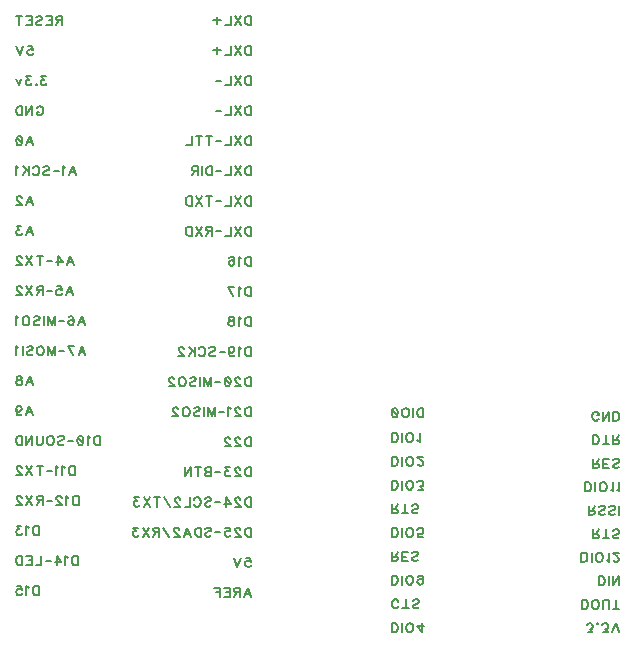
<source format=gbo>
G04 DipTrace 3.2.0.1*
G04 CM904_plus.gbo*
%MOIN*%
G04 #@! TF.FileFunction,Legend,Bot*
G04 #@! TF.Part,Single*
%ADD63C,0.007*%
%FSLAX26Y26*%
G04*
G70*
G90*
G75*
G01*
G04 BotSilk*
%LPD*%
X933453Y2726776D2*
D63*
X920553D1*
X916242Y2728235D1*
X914783Y2729661D1*
X913357Y2732513D1*
Y2735398D1*
X914783Y2738250D1*
X916242Y2739709D1*
X920553Y2741135D1*
X933453D1*
Y2710991D1*
X923405Y2726776D2*
X913357Y2710991D1*
X880720Y2741135D2*
X899357D1*
Y2710991D1*
X880720D1*
X899357Y2726776D2*
X887883D1*
X846624Y2736824D2*
X849476Y2739709D1*
X853787Y2741135D1*
X859524D1*
X863835Y2739709D1*
X866720Y2736824D1*
Y2733972D1*
X865261Y2731087D1*
X863835Y2729661D1*
X860983Y2728235D1*
X852361Y2725350D1*
X849476Y2723924D1*
X848050Y2722465D1*
X846624Y2719613D1*
Y2715302D1*
X849476Y2712450D1*
X853787Y2710991D1*
X859524D1*
X863835Y2712450D1*
X866720Y2715302D1*
X813987Y2741135D2*
X832624D1*
Y2710991D1*
X813987D1*
X832624Y2726776D2*
X821150D1*
X789939Y2741135D2*
Y2710991D1*
X799987Y2741135D2*
X779891D1*
X819724Y2641129D2*
X834050D1*
X835476Y2628229D1*
X834050Y2629655D1*
X829739Y2631114D1*
X825461D1*
X821150Y2629655D1*
X818265Y2626803D1*
X816839Y2622492D1*
Y2619640D1*
X818265Y2615329D1*
X821150Y2612444D1*
X825461Y2611018D1*
X829739D1*
X834050Y2612444D1*
X835476Y2613903D1*
X836935Y2616755D1*
X802839Y2641162D2*
X791365Y2611018D1*
X779891Y2641162D1*
X879294Y2541156D2*
X863542D1*
X872131Y2529682D1*
X867820D1*
X864968Y2528256D1*
X863542Y2526830D1*
X862083Y2522519D1*
Y2519667D1*
X863542Y2515356D1*
X866394Y2512471D1*
X870705Y2511045D1*
X875016D1*
X879294Y2512471D1*
X880720Y2513930D1*
X882179Y2516782D1*
X846657Y2513930D2*
X848083Y2512471D1*
X846657Y2511045D1*
X845198Y2512471D1*
X846657Y2513930D1*
X828313Y2541156D2*
X812561D1*
X821150Y2529682D1*
X816839D1*
X813987Y2528256D1*
X812561Y2526830D1*
X811102Y2522519D1*
Y2519667D1*
X812561Y2515356D1*
X815413Y2512471D1*
X819724Y2511045D1*
X824035D1*
X828313Y2512471D1*
X829739Y2513930D1*
X831198Y2516782D1*
X797102Y2531141D2*
X788480Y2511045D1*
X779891Y2531141D1*
X848083Y2434053D2*
X849509Y2436905D1*
X852394Y2439790D1*
X855246Y2441216D1*
X860983D1*
X863868Y2439790D1*
X866720Y2436905D1*
X868179Y2434053D1*
X869605Y2429742D1*
Y2422546D1*
X868179Y2418268D1*
X866720Y2415383D1*
X863868Y2412531D1*
X860983Y2411072D1*
X855246D1*
X852394Y2412531D1*
X849509Y2415383D1*
X848083Y2418268D1*
Y2422546D1*
X855246D1*
X813987Y2441216D2*
Y2411072D1*
X834083Y2441216D1*
Y2411072D1*
X799987Y2441216D2*
Y2411072D1*
X789939D1*
X785628Y2412531D1*
X782743Y2415383D1*
X781317Y2418268D1*
X779891Y2422546D1*
Y2429742D1*
X781317Y2434053D1*
X782743Y2436905D1*
X785628Y2439790D1*
X789939Y2441216D1*
X799987D1*
X813987Y2311098D2*
X825494Y2341242D1*
X836968Y2311098D1*
X832657Y2321146D2*
X818298D1*
X791365Y2341209D2*
X795676Y2339783D1*
X798561Y2335472D1*
X799987Y2328309D1*
Y2323998D1*
X798561Y2316835D1*
X795676Y2312524D1*
X791365Y2311098D1*
X788513D1*
X784202Y2312524D1*
X781350Y2316835D1*
X779891Y2323998D1*
Y2328309D1*
X781350Y2335472D1*
X784202Y2339783D1*
X788513Y2341209D1*
X791365D1*
X781350Y2335472D2*
X798561Y2316835D1*
X956578Y2211125D2*
X968085Y2241269D1*
X979559Y2211125D1*
X975248Y2221173D2*
X960889D1*
X942578Y2235499D2*
X939693Y2236958D1*
X935382Y2241236D1*
Y2211125D1*
X921382Y2226181D2*
X904801D1*
X870705Y2236958D2*
X873557Y2239843D1*
X877868Y2241269D1*
X883605D1*
X887916Y2239843D1*
X890801Y2236958D1*
Y2234106D1*
X889342Y2231221D1*
X887916Y2229795D1*
X885064Y2228369D1*
X876442Y2225484D1*
X873557Y2224058D1*
X872131Y2222599D1*
X870705Y2219747D1*
Y2215436D1*
X873557Y2212584D1*
X877868Y2211125D1*
X883605D1*
X887916Y2212584D1*
X890801Y2215436D1*
X835183Y2234106D2*
X836609Y2236958D1*
X839494Y2239843D1*
X842346Y2241269D1*
X848083D1*
X850968Y2239843D1*
X853820Y2236958D1*
X855279Y2234106D1*
X856705Y2229795D1*
Y2222599D1*
X855279Y2218321D1*
X853820Y2215436D1*
X850968Y2212584D1*
X848083Y2211125D1*
X842346D1*
X839494Y2212584D1*
X836609Y2215436D1*
X835183Y2218321D1*
X821183Y2241269D2*
Y2211125D1*
X801087Y2241269D2*
X821183Y2221173D1*
X814020Y2228369D2*
X801087Y2211125D1*
X787087Y2235499D2*
X784202Y2236958D1*
X779891Y2241236D1*
Y2211125D1*
X813987Y2111152D2*
X825494Y2141296D1*
X836968Y2111152D1*
X832657Y2121200D2*
X818298D1*
X798528Y2134100D2*
Y2135526D1*
X797102Y2138411D1*
X795676Y2139837D1*
X792791Y2141263D1*
X787054D1*
X784202Y2139837D1*
X782776Y2138411D1*
X781317Y2135526D1*
Y2132674D1*
X782776Y2129789D1*
X785628Y2125511D1*
X799987Y2111152D1*
X779891D1*
X813987Y2011179D2*
X825494Y2041323D1*
X836968Y2011179D1*
X832657Y2021227D2*
X818298D1*
X797102Y2041290D2*
X781350D1*
X789939Y2029816D1*
X785628D1*
X782776Y2028390D1*
X781350Y2026964D1*
X779891Y2022653D1*
Y2019801D1*
X781350Y2015490D1*
X784202Y2012605D1*
X788513Y2011179D1*
X792824D1*
X797102Y2012605D1*
X798528Y2014064D1*
X799987Y2016916D1*
X948282Y1911206D2*
X959789Y1941350D1*
X971263Y1911206D1*
X966952Y1921254D2*
X952593D1*
X919923Y1911206D2*
Y1941317D1*
X934282Y1921254D1*
X912760D1*
X898760Y1926261D2*
X882179D1*
X858131Y1941350D2*
Y1911206D1*
X868179Y1941350D2*
X848083D1*
X834083D2*
X813987Y1911206D1*
Y1941350D2*
X834083Y1911206D1*
X798528Y1934154D2*
Y1935580D1*
X797102Y1938465D1*
X795676Y1939891D1*
X792791Y1941317D1*
X787054D1*
X784202Y1939891D1*
X782776Y1938465D1*
X781317Y1935580D1*
Y1932728D1*
X782776Y1929843D1*
X785628Y1925565D1*
X799987Y1911206D1*
X779891D1*
X946856Y1811233D2*
X958363Y1841377D1*
X969837Y1811233D1*
X965526Y1821281D2*
X951167D1*
X915645Y1841344D2*
X929971D1*
X931397Y1828444D1*
X929971Y1829870D1*
X925660Y1831329D1*
X921382D1*
X917071Y1829870D1*
X914186Y1827018D1*
X912760Y1822707D1*
Y1819855D1*
X914186Y1815544D1*
X917071Y1812659D1*
X921382Y1811233D1*
X925660D1*
X929971Y1812659D1*
X931397Y1814118D1*
X932856Y1816970D1*
X898760Y1826288D2*
X882179D1*
X868179Y1827018D2*
X855279D1*
X850968Y1828477D1*
X849509Y1829903D1*
X848083Y1832755D1*
Y1835640D1*
X849509Y1838492D1*
X850968Y1839951D1*
X855279Y1841377D1*
X868179D1*
Y1811233D1*
X858131Y1827018D2*
X848083Y1811233D1*
X834083Y1841377D2*
X813987Y1811233D1*
Y1841377D2*
X834083Y1811233D1*
X798528Y1834181D2*
Y1835607D1*
X797102Y1838492D1*
X795676Y1839918D1*
X792791Y1841344D1*
X787054D1*
X784202Y1839918D1*
X782776Y1838492D1*
X781317Y1835607D1*
Y1832755D1*
X782776Y1829870D1*
X785628Y1825592D1*
X799987Y1811233D1*
X779891D1*
X986297Y1711260D2*
X997804Y1741404D1*
X1009278Y1711260D1*
X1004967Y1721308D2*
X990608D1*
X955086Y1737093D2*
X956512Y1739944D1*
X960823Y1741370D1*
X963675D1*
X967986Y1739944D1*
X970871Y1735633D1*
X972297Y1728471D1*
Y1721308D1*
X970871Y1715571D1*
X967986Y1712686D1*
X963675Y1711260D1*
X962249D1*
X957971Y1712686D1*
X955086Y1715571D1*
X953660Y1719882D1*
Y1721308D1*
X955086Y1725619D1*
X957971Y1728471D1*
X962249Y1729896D1*
X963675D1*
X967986Y1728471D1*
X970871Y1725619D1*
X972297Y1721308D1*
X939660Y1726315D2*
X923079D1*
X886131Y1711260D2*
Y1741404D1*
X897605Y1711260D1*
X909079Y1741404D1*
Y1711260D1*
X872131Y1741404D2*
Y1711260D1*
X838035Y1737093D2*
X840887Y1739978D1*
X845198Y1741404D1*
X850935D1*
X855246Y1739978D1*
X858131Y1737093D1*
Y1734241D1*
X856672Y1731356D1*
X855246Y1729930D1*
X852394Y1728504D1*
X843772Y1725619D1*
X840887Y1724193D1*
X839461Y1722734D1*
X838035Y1719882D1*
Y1715571D1*
X840887Y1712719D1*
X845198Y1711260D1*
X850935D1*
X855246Y1712719D1*
X858131Y1715571D1*
X815413Y1741404D2*
X818298Y1739978D1*
X821150Y1737093D1*
X822609Y1734241D1*
X824035Y1729930D1*
Y1722734D1*
X822609Y1718456D1*
X821150Y1715571D1*
X818298Y1712719D1*
X815413Y1711260D1*
X809676D1*
X806824Y1712719D1*
X803939Y1715571D1*
X802513Y1718456D1*
X801087Y1722734D1*
Y1729930D1*
X802513Y1734241D1*
X803939Y1737093D1*
X806824Y1739978D1*
X809676Y1741404D1*
X815413D1*
X787087Y1735633D2*
X784202Y1737093D1*
X779891Y1741370D1*
Y1711260D1*
X987756Y1611286D2*
X999263Y1641430D1*
X1010737Y1611286D1*
X1006426Y1621334D2*
X992067D1*
X968019Y1611286D2*
X953660Y1641397D1*
X973756D1*
X939660Y1626342D2*
X923079D1*
X886131Y1611286D2*
Y1641430D1*
X897605Y1611286D1*
X909079Y1641430D1*
Y1611286D1*
X863509Y1641430D2*
X866394Y1640005D1*
X869246Y1637119D1*
X870705Y1634268D1*
X872131Y1629957D1*
Y1622760D1*
X870705Y1618483D1*
X869246Y1615597D1*
X866394Y1612746D1*
X863509Y1611286D1*
X857772D1*
X854920Y1612746D1*
X852035Y1615597D1*
X850609Y1618483D1*
X849183Y1622760D1*
Y1629957D1*
X850609Y1634268D1*
X852035Y1637119D1*
X854920Y1640005D1*
X857772Y1641430D1*
X863509D1*
X815087Y1637119D2*
X817939Y1640005D1*
X822250Y1641430D1*
X827987D1*
X832298Y1640005D1*
X835183Y1637119D1*
Y1634268D1*
X833724Y1631382D1*
X832298Y1629957D1*
X829446Y1628531D1*
X820824Y1625645D1*
X817939Y1624220D1*
X816513Y1622760D1*
X815087Y1619909D1*
Y1615597D1*
X817939Y1612746D1*
X822250Y1611286D1*
X827987D1*
X832298Y1612746D1*
X835183Y1615597D1*
X801087Y1641430D2*
Y1611286D1*
X787087Y1635660D2*
X784202Y1637119D1*
X779891Y1641397D1*
Y1611286D1*
X813954Y1511313D2*
X825461Y1541457D1*
X836935Y1511313D1*
X832624Y1521361D2*
X818265D1*
X792791Y1541424D2*
X797069Y1539998D1*
X798528Y1537146D1*
Y1534261D1*
X797069Y1531409D1*
X794217Y1529950D1*
X788480Y1528524D1*
X784169Y1527098D1*
X781317Y1524213D1*
X779891Y1521361D1*
Y1517050D1*
X781317Y1514198D1*
X782743Y1512739D1*
X787054Y1511313D1*
X792791D1*
X797069Y1512739D1*
X798528Y1514198D1*
X799954Y1517050D1*
Y1521361D1*
X798528Y1524213D1*
X795643Y1527098D1*
X791365Y1528524D1*
X785628Y1529950D1*
X782743Y1531409D1*
X781317Y1534261D1*
Y1537146D1*
X782743Y1539998D1*
X787054Y1541424D1*
X792791D1*
X812561Y1411340D2*
X824068Y1441484D1*
X835542Y1411340D1*
X831231Y1421388D2*
X816872D1*
X779891Y1431436D2*
X781350Y1427125D1*
X784202Y1424240D1*
X788513Y1422814D1*
X789939D1*
X794250Y1424240D1*
X797102Y1427125D1*
X798561Y1431436D1*
Y1432862D1*
X797102Y1437173D1*
X794250Y1440025D1*
X789939Y1441451D1*
X788513D1*
X784202Y1440025D1*
X781350Y1437173D1*
X779891Y1431436D1*
Y1424240D1*
X781350Y1417077D1*
X784202Y1412766D1*
X788513Y1411340D1*
X791365D1*
X795676Y1412766D1*
X797102Y1415651D1*
X1059192Y1341511D2*
Y1311367D1*
X1049144D1*
X1044833Y1312826D1*
X1041948Y1315678D1*
X1040522Y1318563D1*
X1039096Y1322841D1*
Y1330037D1*
X1040522Y1334348D1*
X1041948Y1337200D1*
X1044833Y1340085D1*
X1049144Y1341511D1*
X1059192D1*
X1025096Y1335741D2*
X1022211Y1337200D1*
X1017900Y1341478D1*
Y1311367D1*
X995278Y1341478D2*
X999589Y1340052D1*
X1002474Y1335741D1*
X1003900Y1328578D1*
Y1324267D1*
X1002474Y1317104D1*
X999589Y1312793D1*
X995278Y1311367D1*
X992426D1*
X988115Y1312793D1*
X985263Y1317104D1*
X983804Y1324267D1*
Y1328578D1*
X985263Y1335741D1*
X988115Y1340052D1*
X992426Y1341478D1*
X995278D1*
X985263Y1335741D2*
X1002474Y1317104D1*
X969804Y1326422D2*
X953223D1*
X919127Y1337200D2*
X921979Y1340085D1*
X926290Y1341511D1*
X932027D1*
X936338Y1340085D1*
X939223Y1337200D1*
Y1334348D1*
X937764Y1331463D1*
X936338Y1330037D1*
X933486Y1328611D1*
X924864Y1325726D1*
X921979Y1324300D1*
X920553Y1322841D1*
X919127Y1319989D1*
Y1315678D1*
X921979Y1312826D1*
X926290Y1311367D1*
X932027D1*
X936338Y1312826D1*
X939223Y1315678D1*
X896505Y1341511D2*
X899390Y1340085D1*
X902242Y1337200D1*
X903701Y1334348D1*
X905127Y1330037D1*
Y1322841D1*
X903701Y1318563D1*
X902242Y1315678D1*
X899390Y1312826D1*
X896505Y1311367D1*
X890768D1*
X887916Y1312826D1*
X885031Y1315678D1*
X883605Y1318563D1*
X882179Y1322841D1*
Y1330037D1*
X883605Y1334348D1*
X885031Y1337200D1*
X887916Y1340085D1*
X890768Y1341511D1*
X896505D1*
X868179D2*
Y1319989D1*
X866753Y1315678D1*
X863868Y1312826D1*
X859557Y1311367D1*
X856705D1*
X852394Y1312826D1*
X849509Y1315678D1*
X848083Y1319989D1*
Y1341511D1*
X813987D2*
Y1311367D1*
X834083Y1341511D1*
Y1311367D1*
X799987Y1341511D2*
Y1311367D1*
X789939D1*
X785628Y1312826D1*
X782743Y1315678D1*
X781317Y1318563D1*
X779891Y1322841D1*
Y1330037D1*
X781317Y1334348D1*
X782743Y1337200D1*
X785628Y1340085D1*
X789939Y1341511D1*
X799987D1*
X975248Y1241538D2*
Y1211394D1*
X965200D1*
X960889Y1212853D1*
X958004Y1215705D1*
X956578Y1218590D1*
X955152Y1222868D1*
Y1230064D1*
X956578Y1234375D1*
X958004Y1237227D1*
X960889Y1240112D1*
X965200Y1241538D1*
X975248D1*
X941152Y1235768D2*
X938267Y1237227D1*
X933956Y1241505D1*
Y1211394D1*
X919956Y1235768D2*
X917071Y1237227D1*
X912760Y1241505D1*
Y1211394D1*
X898760Y1226449D2*
X882179D1*
X858131Y1241538D2*
Y1211394D1*
X868179Y1241538D2*
X848083D1*
X834083D2*
X813987Y1211394D1*
Y1241538D2*
X834083Y1211394D1*
X798528Y1234342D2*
Y1235768D1*
X797102Y1238653D1*
X795676Y1240079D1*
X792791Y1241505D1*
X787054D1*
X784202Y1240079D1*
X782776Y1238653D1*
X781317Y1235768D1*
Y1232916D1*
X782776Y1230031D1*
X785628Y1225753D1*
X799987Y1211394D1*
X779891D1*
X988148Y1141565D2*
Y1111421D1*
X978100D1*
X973789Y1112880D1*
X970904Y1115732D1*
X969478Y1118617D1*
X968052Y1122895D1*
Y1130091D1*
X969478Y1134402D1*
X970904Y1137254D1*
X973789Y1140139D1*
X978100Y1141565D1*
X988148D1*
X954052Y1135795D2*
X951167Y1137254D1*
X946856Y1141532D1*
Y1111421D1*
X931397Y1134369D2*
Y1135795D1*
X929971Y1138680D1*
X928545Y1140106D1*
X925660Y1141532D1*
X919923D1*
X917071Y1140106D1*
X915645Y1138680D1*
X914186Y1135795D1*
Y1132943D1*
X915645Y1130058D1*
X918497Y1125780D1*
X932856Y1111421D1*
X912760D1*
X898760Y1126476D2*
X882179D1*
X868179Y1127206D2*
X855279D1*
X850968Y1128665D1*
X849509Y1130091D1*
X848083Y1132943D1*
Y1135828D1*
X849509Y1138680D1*
X850968Y1140139D1*
X855279Y1141565D1*
X868179D1*
Y1111421D1*
X858131Y1127206D2*
X848083Y1111421D1*
X834083Y1141565D2*
X813987Y1111421D1*
Y1141565D2*
X834083Y1111421D1*
X798528Y1134369D2*
Y1135795D1*
X797102Y1138680D1*
X795676Y1140106D1*
X792791Y1141532D1*
X787054D1*
X784202Y1140106D1*
X782776Y1138680D1*
X781317Y1135795D1*
Y1132943D1*
X782776Y1130058D1*
X785628Y1125780D1*
X799987Y1111421D1*
X779891D1*
X855279Y1041592D2*
Y1011448D1*
X845231D1*
X840920Y1012907D1*
X838035Y1015759D1*
X836609Y1018644D1*
X835183Y1022922D1*
Y1030118D1*
X836609Y1034429D1*
X838035Y1037281D1*
X840920Y1040166D1*
X845231Y1041592D1*
X855279D1*
X821183Y1035821D2*
X818298Y1037281D1*
X813987Y1041558D1*
Y1011448D1*
X797102Y1041558D2*
X781350D1*
X789939Y1030085D1*
X785628D1*
X782776Y1028659D1*
X781350Y1027233D1*
X779891Y1022922D1*
Y1020070D1*
X781350Y1015759D1*
X784202Y1012874D1*
X788513Y1011448D1*
X792824D1*
X797102Y1012874D1*
X798528Y1014333D1*
X799987Y1017185D1*
X985230Y941618D2*
Y911474D1*
X975182D1*
X970871Y912934D1*
X967986Y915786D1*
X966560Y918671D1*
X965134Y922948D1*
Y930145D1*
X966560Y934456D1*
X967986Y937307D1*
X970871Y940193D1*
X975182Y941618D1*
X985230D1*
X951134Y935848D2*
X948249Y937307D1*
X943938Y941585D1*
Y911474D1*
X915579D2*
Y941585D1*
X929938Y921522D1*
X908416D1*
X894416Y926530D2*
X877835D1*
X863835Y941618D2*
Y911474D1*
X846624D1*
X813987Y941618D2*
X832624D1*
Y911474D1*
X813987D1*
X832624Y927259D2*
X821150D1*
X799987Y941618D2*
Y911474D1*
X789939D1*
X785628Y912934D1*
X782743Y915786D1*
X781317Y918671D1*
X779891Y922948D1*
Y930145D1*
X781317Y934456D1*
X782743Y937307D1*
X785628Y940193D1*
X789939Y941618D1*
X799987D1*
X855279Y841645D2*
Y811501D1*
X845231D1*
X840920Y812960D1*
X838035Y815812D1*
X836609Y818697D1*
X835183Y822975D1*
Y830171D1*
X836609Y834482D1*
X838035Y837334D1*
X840920Y840219D1*
X845231Y841645D1*
X855279D1*
X821183Y835875D2*
X818298Y837334D1*
X813987Y841612D1*
Y811501D1*
X782776Y841612D2*
X797102D1*
X798528Y828712D1*
X797102Y830138D1*
X792791Y831597D1*
X788513D1*
X784202Y830138D1*
X781317Y827286D1*
X779891Y822975D1*
Y820123D1*
X781317Y815812D1*
X784202Y812927D1*
X788513Y811501D1*
X792791D1*
X797102Y812927D1*
X798528Y814386D1*
X799987Y817238D1*
X1562662Y2742122D2*
Y2711978D1*
X1552614D1*
X1548303Y2713438D1*
X1545418Y2716289D1*
X1543992Y2719175D1*
X1542566Y2723452D1*
Y2730648D1*
X1543992Y2734959D1*
X1545418Y2737811D1*
X1548303Y2740696D1*
X1552614Y2742122D1*
X1562662D1*
X1528566D2*
X1508470Y2711978D1*
Y2742122D2*
X1528566Y2711978D1*
X1494470Y2742122D2*
Y2711978D1*
X1477259D1*
X1450360Y2739950D2*
Y2714117D1*
X1463259Y2727017D2*
X1437426D1*
X1562662Y2641786D2*
Y2611642D1*
X1552614D1*
X1548303Y2613101D1*
X1545418Y2615953D1*
X1543992Y2618838D1*
X1542566Y2623116D1*
Y2630312D1*
X1543992Y2634623D1*
X1545418Y2637475D1*
X1548303Y2640360D1*
X1552614Y2641786D1*
X1562662D1*
X1528566D2*
X1508470Y2611642D1*
Y2641786D2*
X1528566Y2611642D1*
X1494470Y2641786D2*
Y2611642D1*
X1477259D1*
X1450359Y2639614D2*
Y2613781D1*
X1463259Y2626681D2*
X1437426D1*
X1562662Y2541449D2*
Y2511305D1*
X1552614D1*
X1548303Y2512764D1*
X1545418Y2515616D1*
X1543992Y2518501D1*
X1542566Y2522779D1*
Y2529975D1*
X1543992Y2534286D1*
X1545418Y2537138D1*
X1548303Y2540023D1*
X1552614Y2541449D1*
X1562662D1*
X1528566D2*
X1508470Y2511305D1*
Y2541449D2*
X1528566Y2511305D1*
X1494470Y2541449D2*
Y2511305D1*
X1477259D1*
X1463259Y2526361D2*
X1446679D1*
X1562662Y2441113D2*
Y2410969D1*
X1552614D1*
X1548303Y2412428D1*
X1545418Y2415280D1*
X1543992Y2418165D1*
X1542566Y2422443D1*
Y2429639D1*
X1543992Y2433950D1*
X1545418Y2436802D1*
X1548303Y2439687D1*
X1552614Y2441113D1*
X1562662D1*
X1528566D2*
X1508470Y2410969D1*
Y2441113D2*
X1528566Y2410969D1*
X1494470Y2441113D2*
Y2410969D1*
X1477259D1*
X1463259Y2426024D2*
X1446679D1*
X1562662Y2340776D2*
Y2310632D1*
X1552614D1*
X1548303Y2312091D1*
X1545418Y2314943D1*
X1543992Y2317828D1*
X1542566Y2322106D1*
Y2329302D1*
X1543992Y2333613D1*
X1545418Y2336465D1*
X1548303Y2339350D1*
X1552614Y2340776D1*
X1562662D1*
X1528566D2*
X1508470Y2310632D1*
Y2340776D2*
X1528566Y2310632D1*
X1494470Y2340776D2*
Y2310632D1*
X1477259D1*
X1463259Y2325688D2*
X1446679D1*
X1422631Y2340776D2*
Y2310632D1*
X1432679Y2340776D2*
X1412583D1*
X1388535D2*
Y2310632D1*
X1398583Y2340776D2*
X1378487D1*
X1364487D2*
Y2310632D1*
X1347276D1*
X1562662Y2240440D2*
Y2210296D1*
X1552614D1*
X1548303Y2211755D1*
X1545418Y2214607D1*
X1543992Y2217492D1*
X1542566Y2221770D1*
Y2228966D1*
X1543992Y2233277D1*
X1545418Y2236129D1*
X1548303Y2239014D1*
X1552614Y2240440D1*
X1562662D1*
X1528566D2*
X1508470Y2210296D1*
Y2240440D2*
X1528566Y2210296D1*
X1494470Y2240440D2*
Y2210296D1*
X1477259D1*
X1463259Y2225351D2*
X1446679D1*
X1432679Y2240440D2*
Y2210296D1*
X1422631D1*
X1418320Y2211755D1*
X1415435Y2214607D1*
X1414009Y2217492D1*
X1412583Y2221770D1*
Y2228966D1*
X1414009Y2233277D1*
X1415435Y2236129D1*
X1418320Y2239014D1*
X1422631Y2240440D1*
X1432679D1*
X1398583D2*
Y2210296D1*
X1384583Y2226081D2*
X1371683D1*
X1367372Y2227540D1*
X1365913Y2228966D1*
X1364487Y2231818D1*
Y2234703D1*
X1365913Y2237555D1*
X1367372Y2239014D1*
X1371683Y2240440D1*
X1384583D1*
Y2210296D1*
X1374535Y2226081D2*
X1364487Y2210296D1*
X1562662Y2140104D2*
Y2109960D1*
X1552614D1*
X1548303Y2111419D1*
X1545418Y2114271D1*
X1543992Y2117156D1*
X1542566Y2121433D1*
Y2128630D1*
X1543992Y2132941D1*
X1545418Y2135793D1*
X1548303Y2138678D1*
X1552614Y2140104D1*
X1562662D1*
X1528566D2*
X1508470Y2109960D1*
Y2140104D2*
X1528566Y2109960D1*
X1494470Y2140104D2*
Y2109960D1*
X1477259D1*
X1463259Y2125015D2*
X1446679D1*
X1422631Y2140104D2*
Y2109960D1*
X1432679Y2140104D2*
X1412583D1*
X1398583D2*
X1378487Y2109960D1*
Y2140104D2*
X1398583Y2109960D1*
X1364487Y2140104D2*
Y2109960D1*
X1354439D1*
X1350128Y2111419D1*
X1347243Y2114271D1*
X1345817Y2117156D1*
X1344391Y2121433D1*
Y2128630D1*
X1345817Y2132941D1*
X1347243Y2135793D1*
X1350128Y2138678D1*
X1354439Y2140104D1*
X1364487D1*
X1562662Y2039767D2*
Y2009623D1*
X1552614D1*
X1548303Y2011082D1*
X1545418Y2013934D1*
X1543992Y2016819D1*
X1542566Y2021097D1*
Y2028293D1*
X1543992Y2032604D1*
X1545418Y2035456D1*
X1548303Y2038341D1*
X1552614Y2039767D1*
X1562662D1*
X1528566D2*
X1508470Y2009623D1*
Y2039767D2*
X1528566Y2009623D1*
X1494470Y2039767D2*
Y2009623D1*
X1477259D1*
X1463259Y2024679D2*
X1446679D1*
X1432679Y2025408D2*
X1419779D1*
X1415468Y2026867D1*
X1414009Y2028293D1*
X1412583Y2031145D1*
Y2034030D1*
X1414009Y2036882D1*
X1415468Y2038341D1*
X1419779Y2039767D1*
X1432679D1*
Y2009623D1*
X1422631Y2025408D2*
X1412583Y2009623D1*
X1398583Y2039767D2*
X1378487Y2009623D1*
Y2039767D2*
X1398583Y2009623D1*
X1364487Y2039767D2*
Y2009623D1*
X1354439D1*
X1350128Y2011082D1*
X1347243Y2013934D1*
X1345817Y2016819D1*
X1344391Y2021097D1*
Y2028293D1*
X1345817Y2032604D1*
X1347243Y2035456D1*
X1350128Y2038341D1*
X1354439Y2039767D1*
X1364487D1*
X1562662Y1939431D2*
Y1909287D1*
X1552614D1*
X1548303Y1910746D1*
X1545418Y1913598D1*
X1543992Y1916483D1*
X1542566Y1920761D1*
Y1927957D1*
X1543992Y1932268D1*
X1545418Y1935120D1*
X1548303Y1938005D1*
X1552614Y1939431D1*
X1562662D1*
X1528566Y1933661D2*
X1525681Y1935120D1*
X1521370Y1939398D1*
Y1909287D1*
X1490159Y1935120D2*
X1491585Y1937972D1*
X1495896Y1939398D1*
X1498748D1*
X1503059Y1937972D1*
X1505944Y1933661D1*
X1507370Y1926498D1*
Y1919335D1*
X1505944Y1913598D1*
X1503059Y1910713D1*
X1498748Y1909287D1*
X1497322D1*
X1493044Y1910713D1*
X1490159Y1913598D1*
X1488733Y1917909D1*
Y1919335D1*
X1490159Y1923646D1*
X1493044Y1926498D1*
X1497322Y1927924D1*
X1498748D1*
X1503059Y1926498D1*
X1505944Y1923646D1*
X1507370Y1919335D1*
X1562662Y1839094D2*
Y1808950D1*
X1552614D1*
X1548303Y1810409D1*
X1545418Y1813261D1*
X1543992Y1816146D1*
X1542566Y1820424D1*
Y1827620D1*
X1543992Y1831931D1*
X1545418Y1834783D1*
X1548303Y1837668D1*
X1552614Y1839094D1*
X1562662D1*
X1528566Y1833324D2*
X1525681Y1834783D1*
X1521370Y1839061D1*
Y1808950D1*
X1501633D2*
X1487274Y1839061D1*
X1507370D1*
X1562662Y1738758D2*
Y1708614D1*
X1552614D1*
X1548303Y1710073D1*
X1545418Y1712925D1*
X1543992Y1715810D1*
X1542566Y1720088D1*
Y1727284D1*
X1543992Y1731595D1*
X1545418Y1734447D1*
X1548303Y1737332D1*
X1552614Y1738758D1*
X1562662D1*
X1528566Y1732988D2*
X1525681Y1734447D1*
X1521370Y1738725D1*
Y1708614D1*
X1500207Y1738725D2*
X1504485Y1737299D1*
X1505944Y1734447D1*
Y1731562D1*
X1504485Y1728710D1*
X1501633Y1727251D1*
X1495896Y1725825D1*
X1491585Y1724399D1*
X1488733Y1721514D1*
X1487307Y1718662D1*
Y1714351D1*
X1488733Y1711499D1*
X1490159Y1710040D1*
X1494470Y1708614D1*
X1500207D1*
X1504485Y1710040D1*
X1505944Y1711499D1*
X1507370Y1714351D1*
Y1718662D1*
X1505944Y1721514D1*
X1503059Y1724399D1*
X1498781Y1725825D1*
X1493044Y1727251D1*
X1490159Y1728710D1*
X1488733Y1731562D1*
Y1734447D1*
X1490159Y1737299D1*
X1494470Y1738725D1*
X1500207D1*
X1562662Y1638421D2*
Y1608277D1*
X1552614D1*
X1548303Y1609737D1*
X1545418Y1612588D1*
X1543992Y1615474D1*
X1542566Y1619751D1*
Y1626947D1*
X1543992Y1631259D1*
X1545418Y1634110D1*
X1548303Y1636995D1*
X1552614Y1638421D1*
X1562662D1*
X1528566Y1632651D2*
X1525681Y1634110D1*
X1521370Y1638388D1*
Y1608277D1*
X1488700Y1628373D2*
X1490159Y1624062D1*
X1493011Y1621177D1*
X1497322Y1619751D1*
X1498748D1*
X1503059Y1621177D1*
X1505911Y1624062D1*
X1507370Y1628373D1*
Y1629799D1*
X1505911Y1634110D1*
X1503059Y1636962D1*
X1498748Y1638388D1*
X1497322D1*
X1493011Y1636962D1*
X1490159Y1634110D1*
X1488700Y1628373D1*
Y1621177D1*
X1490159Y1614014D1*
X1493011Y1609703D1*
X1497322Y1608277D1*
X1500174D1*
X1504485Y1609703D1*
X1505911Y1612588D1*
X1474700Y1623333D2*
X1458119D1*
X1424023Y1634110D2*
X1426875Y1636995D1*
X1431186Y1638421D1*
X1436923D1*
X1441234Y1636995D1*
X1444119Y1634110D1*
Y1631259D1*
X1442660Y1628373D1*
X1441234Y1626947D1*
X1438382Y1625522D1*
X1429760Y1622636D1*
X1426875Y1621211D1*
X1425449Y1619751D1*
X1424023Y1616899D1*
Y1612588D1*
X1426875Y1609737D1*
X1431186Y1608277D1*
X1436923D1*
X1441234Y1609737D1*
X1444119Y1612588D1*
X1388501Y1631259D2*
X1389927Y1634110D1*
X1392812Y1636995D1*
X1395664Y1638421D1*
X1401401D1*
X1404286Y1636995D1*
X1407138Y1634110D1*
X1408597Y1631259D1*
X1410023Y1626947D1*
Y1619751D1*
X1408597Y1615474D1*
X1407138Y1612588D1*
X1404286Y1609737D1*
X1401401Y1608277D1*
X1395664D1*
X1392812Y1609737D1*
X1389927Y1612588D1*
X1388501Y1615474D1*
X1374501Y1638421D2*
Y1608277D1*
X1354405Y1638421D2*
X1374501Y1618325D1*
X1367339Y1625522D2*
X1354405Y1608277D1*
X1338946Y1631225D2*
Y1632651D1*
X1337520Y1635536D1*
X1336094Y1636962D1*
X1333209Y1638388D1*
X1327472D1*
X1324620Y1636962D1*
X1323195Y1635536D1*
X1321735Y1632651D1*
Y1629799D1*
X1323195Y1626914D1*
X1326046Y1622636D1*
X1340405Y1608277D1*
X1320309D1*
X1562662Y1538085D2*
Y1507941D1*
X1552614D1*
X1548303Y1509400D1*
X1545418Y1512252D1*
X1543992Y1515137D1*
X1542566Y1519415D1*
Y1526611D1*
X1543992Y1530922D1*
X1545418Y1533774D1*
X1548303Y1536659D1*
X1552614Y1538085D1*
X1562662D1*
X1527107Y1530889D2*
Y1532315D1*
X1525681Y1535200D1*
X1524255Y1536626D1*
X1521370Y1538052D1*
X1515633D1*
X1512781Y1536626D1*
X1511355Y1535200D1*
X1509896Y1532315D1*
Y1529463D1*
X1511355Y1526578D1*
X1514207Y1522300D1*
X1528566Y1507941D1*
X1508470D1*
X1485848Y1538052D2*
X1490159Y1536626D1*
X1493044Y1532315D1*
X1494470Y1525152D1*
Y1520841D1*
X1493044Y1513678D1*
X1490159Y1509367D1*
X1485848Y1507941D1*
X1482996D1*
X1478685Y1509367D1*
X1475834Y1513678D1*
X1474374Y1520841D1*
Y1525152D1*
X1475834Y1532315D1*
X1478685Y1536626D1*
X1482996Y1538052D1*
X1485848D1*
X1475834Y1532315D2*
X1493044Y1513678D1*
X1460374Y1522996D2*
X1443794D1*
X1406846Y1507941D2*
Y1538085D1*
X1418320Y1507941D1*
X1429794Y1538085D1*
Y1507941D1*
X1392846Y1538085D2*
Y1507941D1*
X1358750Y1533774D2*
X1361602Y1536659D1*
X1365913Y1538085D1*
X1371650D1*
X1375961Y1536659D1*
X1378846Y1533774D1*
Y1530922D1*
X1377387Y1528037D1*
X1375961Y1526611D1*
X1373109Y1525185D1*
X1364487Y1522300D1*
X1361602Y1520874D1*
X1360176Y1519415D1*
X1358750Y1516563D1*
Y1512252D1*
X1361602Y1509400D1*
X1365913Y1507941D1*
X1371650D1*
X1375961Y1509400D1*
X1378846Y1512252D1*
X1336128Y1538085D2*
X1339013Y1536659D1*
X1341865Y1533774D1*
X1343324Y1530922D1*
X1344750Y1526611D1*
Y1519415D1*
X1343324Y1515137D1*
X1341865Y1512252D1*
X1339013Y1509400D1*
X1336128Y1507941D1*
X1330391D1*
X1327539Y1509400D1*
X1324654Y1512252D1*
X1323228Y1515137D1*
X1321802Y1519415D1*
Y1526611D1*
X1323228Y1530922D1*
X1324654Y1533774D1*
X1327539Y1536659D1*
X1330391Y1538085D1*
X1336128D1*
X1306343Y1530889D2*
Y1532315D1*
X1304917Y1535200D1*
X1303491Y1536626D1*
X1300606Y1538052D1*
X1294869D1*
X1292017Y1536626D1*
X1290591Y1535200D1*
X1289132Y1532315D1*
Y1529463D1*
X1290591Y1526578D1*
X1293443Y1522300D1*
X1307802Y1507941D1*
X1287706D1*
X1562662Y1437749D2*
Y1407605D1*
X1552614D1*
X1548303Y1409064D1*
X1545418Y1411916D1*
X1543992Y1414801D1*
X1542566Y1419079D1*
Y1426275D1*
X1543992Y1430586D1*
X1545418Y1433438D1*
X1548303Y1436323D1*
X1552614Y1437749D1*
X1562662D1*
X1527107Y1430553D2*
Y1431978D1*
X1525681Y1434864D1*
X1524255Y1436290D1*
X1521370Y1437715D1*
X1515633D1*
X1512781Y1436290D1*
X1511355Y1434864D1*
X1509896Y1431978D1*
Y1429127D1*
X1511355Y1426242D1*
X1514207Y1421964D1*
X1528566Y1407605D1*
X1508470D1*
X1494470Y1431978D2*
X1491585Y1433438D1*
X1487274Y1437715D1*
Y1407605D1*
X1473274Y1422660D2*
X1456693D1*
X1419746Y1407605D2*
Y1437749D1*
X1431219Y1407605D1*
X1442693Y1437749D1*
Y1407605D1*
X1405746Y1437749D2*
Y1407605D1*
X1371650Y1433438D2*
X1374501Y1436323D1*
X1378812Y1437749D1*
X1384549D1*
X1388860Y1436323D1*
X1391746Y1433438D1*
Y1430586D1*
X1390286Y1427701D1*
X1388860Y1426275D1*
X1386009Y1424849D1*
X1377387Y1421964D1*
X1374501Y1420538D1*
X1373075Y1419079D1*
X1371650Y1416227D1*
Y1411916D1*
X1374501Y1409064D1*
X1378812Y1407605D1*
X1384549D1*
X1388860Y1409064D1*
X1391746Y1411916D1*
X1349027Y1437749D2*
X1351913Y1436323D1*
X1354764Y1433438D1*
X1356224Y1430586D1*
X1357650Y1426275D1*
Y1419079D1*
X1356224Y1414801D1*
X1354764Y1411916D1*
X1351913Y1409064D1*
X1349027Y1407605D1*
X1343291D1*
X1340439Y1409064D1*
X1337554Y1411916D1*
X1336128Y1414801D1*
X1334702Y1419079D1*
Y1426275D1*
X1336128Y1430586D1*
X1337554Y1433438D1*
X1340439Y1436323D1*
X1343291Y1437749D1*
X1349027D1*
X1319243Y1430553D2*
Y1431978D1*
X1317817Y1434864D1*
X1316391Y1436290D1*
X1313506Y1437715D1*
X1307769D1*
X1304917Y1436290D1*
X1303491Y1434864D1*
X1302032Y1431978D1*
Y1429127D1*
X1303491Y1426242D1*
X1306343Y1421964D1*
X1320702Y1407605D1*
X1300606D1*
X1562662Y1337412D2*
Y1307268D1*
X1552614D1*
X1548303Y1308727D1*
X1545418Y1311579D1*
X1543992Y1314464D1*
X1542566Y1318742D1*
Y1325938D1*
X1543992Y1330249D1*
X1545418Y1333101D1*
X1548303Y1335986D1*
X1552614Y1337412D1*
X1562662D1*
X1527107Y1330216D2*
Y1331642D1*
X1525681Y1334527D1*
X1524255Y1335953D1*
X1521370Y1337379D1*
X1515633D1*
X1512781Y1335953D1*
X1511355Y1334527D1*
X1509896Y1331642D1*
Y1328790D1*
X1511355Y1325905D1*
X1514207Y1321627D1*
X1528566Y1307268D1*
X1508470D1*
X1493011Y1330216D2*
Y1331642D1*
X1491585Y1334527D1*
X1490159Y1335953D1*
X1487274Y1337379D1*
X1481537D1*
X1478685Y1335953D1*
X1477259Y1334527D1*
X1475800Y1331642D1*
Y1328790D1*
X1477259Y1325905D1*
X1480111Y1321627D1*
X1494470Y1307268D1*
X1474374D1*
X1562662Y1237076D2*
Y1206932D1*
X1552614D1*
X1548303Y1208391D1*
X1545418Y1211243D1*
X1543992Y1214128D1*
X1542566Y1218406D1*
Y1225602D1*
X1543992Y1229913D1*
X1545418Y1232765D1*
X1548303Y1235650D1*
X1552614Y1237076D1*
X1562662D1*
X1527107Y1229880D2*
Y1231306D1*
X1525681Y1234191D1*
X1524255Y1235617D1*
X1521370Y1237043D1*
X1515633D1*
X1512781Y1235617D1*
X1511355Y1234191D1*
X1509896Y1231306D1*
Y1228454D1*
X1511355Y1225569D1*
X1514207Y1221291D1*
X1528566Y1206932D1*
X1508470D1*
X1491585Y1237043D2*
X1475834D1*
X1484422Y1225569D1*
X1480111D1*
X1477259Y1224143D1*
X1475834Y1222717D1*
X1474374Y1218406D1*
Y1215554D1*
X1475834Y1211243D1*
X1478685Y1208358D1*
X1482996Y1206932D1*
X1487307D1*
X1491585Y1208358D1*
X1493011Y1209817D1*
X1494470Y1212669D1*
X1460374Y1221987D2*
X1443794D1*
X1429794Y1237076D2*
Y1206932D1*
X1416860D1*
X1412549Y1208391D1*
X1411123Y1209817D1*
X1409698Y1212669D1*
Y1216980D1*
X1411123Y1219865D1*
X1412549Y1221291D1*
X1416860Y1222717D1*
X1412549Y1224176D1*
X1411123Y1225602D1*
X1409698Y1228454D1*
Y1231339D1*
X1411123Y1234191D1*
X1412549Y1235650D1*
X1416860Y1237076D1*
X1429794D1*
Y1222717D2*
X1416860D1*
X1385650Y1237076D2*
Y1206932D1*
X1395698Y1237076D2*
X1375602D1*
X1341506D2*
Y1206932D1*
X1361602Y1237076D1*
Y1206932D1*
X1562662Y1136739D2*
Y1106595D1*
X1552614D1*
X1548303Y1108054D1*
X1545418Y1110906D1*
X1543992Y1113791D1*
X1542566Y1118069D1*
Y1125265D1*
X1543992Y1129576D1*
X1545418Y1132428D1*
X1548303Y1135313D1*
X1552614Y1136739D1*
X1562662D1*
X1527107Y1129543D2*
Y1130969D1*
X1525681Y1133854D1*
X1524255Y1135280D1*
X1521370Y1136706D1*
X1515633D1*
X1512781Y1135280D1*
X1511355Y1133854D1*
X1509896Y1130969D1*
Y1128117D1*
X1511355Y1125232D1*
X1514207Y1120954D1*
X1528566Y1106595D1*
X1508470D1*
X1480111D2*
Y1136706D1*
X1494470Y1116643D1*
X1472948D1*
X1458948Y1121651D2*
X1442368D1*
X1408272Y1132428D2*
X1411123Y1135313D1*
X1415435Y1136739D1*
X1421171D1*
X1425483Y1135313D1*
X1428368Y1132428D1*
Y1129576D1*
X1426908Y1126691D1*
X1425483Y1125265D1*
X1422631Y1123839D1*
X1414009Y1120954D1*
X1411123Y1119528D1*
X1409698Y1118069D1*
X1408272Y1115217D1*
Y1110906D1*
X1411123Y1108054D1*
X1415435Y1106595D1*
X1421171D1*
X1425483Y1108054D1*
X1428368Y1110906D1*
X1372750Y1129576D2*
X1374176Y1132428D1*
X1377061Y1135313D1*
X1379913Y1136739D1*
X1385650D1*
X1388535Y1135313D1*
X1391387Y1132428D1*
X1392846Y1129576D1*
X1394272Y1125265D1*
Y1118069D1*
X1392846Y1113791D1*
X1391387Y1110906D1*
X1388535Y1108054D1*
X1385650Y1106595D1*
X1379913D1*
X1377061Y1108054D1*
X1374176Y1110906D1*
X1372750Y1113791D1*
X1358750Y1136739D2*
Y1106595D1*
X1341539D1*
X1326080Y1129543D2*
Y1130969D1*
X1324654Y1133854D1*
X1323228Y1135280D1*
X1320343Y1136706D1*
X1314606D1*
X1311754Y1135280D1*
X1310328Y1133854D1*
X1308869Y1130969D1*
Y1128117D1*
X1310328Y1125232D1*
X1313180Y1120954D1*
X1327539Y1106595D1*
X1307443D1*
X1293443D2*
X1273347Y1136706D1*
X1249299Y1136739D2*
Y1106595D1*
X1259347Y1136739D2*
X1239251D1*
X1225251D2*
X1205155Y1106595D1*
Y1136739D2*
X1225251Y1106595D1*
X1188270Y1136706D2*
X1172518D1*
X1181107Y1125232D1*
X1176796D1*
X1173944Y1123806D1*
X1172518Y1122380D1*
X1171059Y1118069D1*
Y1115217D1*
X1172518Y1110906D1*
X1175370Y1108021D1*
X1179681Y1106595D1*
X1183992D1*
X1188270Y1108021D1*
X1189696Y1109480D1*
X1191155Y1112332D1*
X1562662Y1036403D2*
Y1006259D1*
X1552614D1*
X1548303Y1007718D1*
X1545418Y1010570D1*
X1543992Y1013455D1*
X1542566Y1017733D1*
Y1024929D1*
X1543992Y1029240D1*
X1545418Y1032092D1*
X1548303Y1034977D1*
X1552614Y1036403D1*
X1562662D1*
X1527107Y1029207D2*
Y1030633D1*
X1525681Y1033518D1*
X1524255Y1034944D1*
X1521370Y1036370D1*
X1515633D1*
X1512781Y1034944D1*
X1511355Y1033518D1*
X1509896Y1030633D1*
Y1027781D1*
X1511355Y1024896D1*
X1514207Y1020618D1*
X1528566Y1006259D1*
X1508470D1*
X1477259Y1036370D2*
X1491585D1*
X1493011Y1023470D1*
X1491585Y1024896D1*
X1487274Y1026355D1*
X1482996D1*
X1478685Y1024896D1*
X1475800Y1022044D1*
X1474374Y1017733D1*
Y1014881D1*
X1475800Y1010570D1*
X1478685Y1007685D1*
X1482996Y1006259D1*
X1487274D1*
X1491585Y1007685D1*
X1493011Y1009144D1*
X1494470Y1011996D1*
X1460374Y1021314D2*
X1443794D1*
X1409698Y1032092D2*
X1412549Y1034977D1*
X1416860Y1036403D1*
X1422597D1*
X1426908Y1034977D1*
X1429794Y1032092D1*
Y1029240D1*
X1428334Y1026355D1*
X1426908Y1024929D1*
X1424057Y1023503D1*
X1415435Y1020618D1*
X1412549Y1019192D1*
X1411123Y1017733D1*
X1409698Y1014881D1*
Y1010570D1*
X1412549Y1007718D1*
X1416860Y1006259D1*
X1422597D1*
X1426908Y1007718D1*
X1429794Y1010570D1*
X1395698Y1036403D2*
Y1006259D1*
X1385650D1*
X1381339Y1007718D1*
X1378453Y1010570D1*
X1377027Y1013455D1*
X1375602Y1017733D1*
Y1024929D1*
X1377027Y1029240D1*
X1378453Y1032092D1*
X1381339Y1034977D1*
X1385650Y1036403D1*
X1395698D1*
X1338620Y1006259D2*
X1350128Y1036403D1*
X1361602Y1006259D1*
X1357291Y1016307D2*
X1342931D1*
X1323161Y1029207D2*
Y1030633D1*
X1321735Y1033518D1*
X1320309Y1034944D1*
X1317424Y1036370D1*
X1311687D1*
X1308835Y1034944D1*
X1307410Y1033518D1*
X1305950Y1030633D1*
Y1027781D1*
X1307410Y1024896D1*
X1310261Y1020618D1*
X1324620Y1006259D1*
X1304524D1*
X1290524D2*
X1270428Y1036370D1*
X1256428Y1022044D2*
X1243529D1*
X1239218Y1023503D1*
X1237758Y1024929D1*
X1236332Y1027781D1*
Y1030666D1*
X1237758Y1033518D1*
X1239218Y1034977D1*
X1243529Y1036403D1*
X1256428D1*
Y1006259D1*
X1246380Y1022044D2*
X1236332Y1006259D1*
X1222332Y1036403D2*
X1202236Y1006259D1*
Y1036403D2*
X1222332Y1006259D1*
X1185351Y1036370D2*
X1169600D1*
X1178188Y1024896D1*
X1173877D1*
X1171026Y1023470D1*
X1169600Y1022044D1*
X1168140Y1017733D1*
Y1014881D1*
X1169600Y1010570D1*
X1172451Y1007685D1*
X1176763Y1006259D1*
X1181074D1*
X1185351Y1007685D1*
X1186777Y1009144D1*
X1188236Y1011996D1*
X1545451Y936033D2*
X1559777D1*
X1561203Y923133D1*
X1559777Y924559D1*
X1555466Y926019D1*
X1551188D1*
X1546877Y924559D1*
X1543992Y921708D1*
X1542566Y917397D1*
Y914545D1*
X1543992Y910234D1*
X1546877Y907349D1*
X1551188Y905923D1*
X1555466D1*
X1559777Y907349D1*
X1561203Y908808D1*
X1562662Y911660D1*
X1528566Y936067D2*
X1517092Y905923D1*
X1505618Y936067D1*
X1539681Y805586D2*
X1551188Y835730D1*
X1562662Y805586D1*
X1558351Y815634D2*
X1543992D1*
X1525681Y821371D2*
X1512781D1*
X1508470Y822830D1*
X1507011Y824256D1*
X1505585Y827108D1*
Y829993D1*
X1507011Y832845D1*
X1508470Y834304D1*
X1512781Y835730D1*
X1525681D1*
Y805586D1*
X1515633Y821371D2*
X1505585Y805586D1*
X1472948Y835730D2*
X1491585D1*
Y805586D1*
X1472948D1*
X1491585Y821371D2*
X1480111D1*
X1440278Y835730D2*
X1458948D1*
Y805586D1*
Y821371D2*
X1447474D1*
X2684900Y686796D2*
X2700652D1*
X2692063Y698270D1*
X2696374D1*
X2699226Y699696D1*
X2700652Y701122D1*
X2702111Y705433D1*
Y708285D1*
X2700652Y712596D1*
X2697800Y715481D1*
X2693489Y716907D1*
X2689178D1*
X2684900Y715481D1*
X2683475Y714022D1*
X2682015Y711170D1*
X2717537Y714022D2*
X2716111Y715481D1*
X2717537Y716907D1*
X2718996Y715481D1*
X2717537Y714022D1*
X2735881Y686796D2*
X2751633D1*
X2743044Y698270D1*
X2747355D1*
X2750207Y699696D1*
X2751633Y701122D1*
X2753092Y705433D1*
Y708285D1*
X2751633Y712596D1*
X2748781Y715481D1*
X2744470Y716907D1*
X2740159D1*
X2735882Y715481D1*
X2734456Y714022D1*
X2732996Y711170D1*
X2767092Y686763D2*
X2778566Y716907D1*
X2790040Y686763D1*
X2664804Y765164D2*
Y795308D1*
X2674852D1*
X2679163Y793849D1*
X2682049Y790997D1*
X2683475Y788112D1*
X2684900Y783834D1*
Y776638D1*
X2683475Y772327D1*
X2682049Y769475D1*
X2679163Y766590D1*
X2674852Y765164D1*
X2664804D1*
X2707522D2*
X2704637Y766590D1*
X2701786Y769475D1*
X2700326Y772327D1*
X2698900Y776638D1*
Y783834D1*
X2700326Y788112D1*
X2701786Y790997D1*
X2704637Y793849D1*
X2707523Y795308D1*
X2713259D1*
X2716111Y793849D1*
X2718996Y790997D1*
X2720422Y788112D1*
X2721848Y783834D1*
Y776638D1*
X2720422Y772327D1*
X2718996Y769475D1*
X2716111Y766590D1*
X2713259Y765164D1*
X2707522D1*
X2735848D2*
Y786686D1*
X2737274Y790997D1*
X2740159Y793849D1*
X2744470Y795308D1*
X2747322D1*
X2751633Y793849D1*
X2754518Y790997D1*
X2755944Y786686D1*
Y765164D1*
X2779992D2*
Y795308D1*
X2769944Y765164D2*
X2790040D1*
X2721848Y843565D2*
Y873709D1*
X2731896D1*
X2736207Y872250D1*
X2739092Y869398D1*
X2740518Y866513D1*
X2741944Y862235D1*
Y855039D1*
X2740518Y850728D1*
X2739092Y847876D1*
X2736207Y844991D1*
X2731896Y843565D1*
X2721848D1*
X2755944D2*
Y873709D1*
X2790040Y843565D2*
Y873709D1*
X2769944Y843565D1*
Y873709D1*
X2663704Y921966D2*
Y952110D1*
X2673752D1*
X2678063Y950651D1*
X2680948Y947799D1*
X2682374Y944914D1*
X2683800Y940636D1*
Y933440D1*
X2682374Y929129D1*
X2680948Y926277D1*
X2678063Y923392D1*
X2673752Y921966D1*
X2663704D1*
X2697800D2*
Y952110D1*
X2720422Y921966D2*
X2717537Y923392D1*
X2714685Y926277D1*
X2713226Y929129D1*
X2711800Y933440D1*
Y940636D1*
X2713226Y944914D1*
X2714685Y947799D1*
X2717537Y950651D1*
X2720422Y952110D1*
X2726159D1*
X2729011Y950651D1*
X2731896Y947799D1*
X2733322Y944914D1*
X2734748Y940636D1*
Y933440D1*
X2733322Y929129D1*
X2731896Y926277D1*
X2729011Y923392D1*
X2726159Y921966D1*
X2720422D1*
X2748748Y927736D2*
X2751633Y926277D1*
X2755944Y921999D1*
Y952110D1*
X2771403Y929162D2*
Y927736D1*
X2772829Y924851D1*
X2774255Y923425D1*
X2777140Y921999D1*
X2782877D1*
X2785729Y923425D1*
X2787155Y924851D1*
X2788614Y927736D1*
Y930588D1*
X2787155Y933473D1*
X2784303Y937751D1*
X2769944Y952110D1*
X2790040D1*
X2701752Y1014726D2*
X2714652D1*
X2718963Y1013267D1*
X2720422Y1011841D1*
X2721848Y1008989D1*
Y1006104D1*
X2720422Y1003252D1*
X2718963Y1001793D1*
X2714652Y1000367D1*
X2701752D1*
Y1030511D1*
X2711800Y1014726D2*
X2721848Y1030511D1*
X2745896Y1000367D2*
Y1030511D1*
X2735848Y1000367D2*
X2755944D1*
X2790040Y1004678D2*
X2787188Y1001793D1*
X2782877Y1000367D1*
X2777140D1*
X2772829Y1001793D1*
X2769944Y1004678D1*
Y1007530D1*
X2771403Y1010415D1*
X2772829Y1011841D1*
X2775681Y1013267D1*
X2784303Y1016152D1*
X2787188Y1017578D1*
X2788614Y1019037D1*
X2790040Y1021889D1*
Y1026200D1*
X2787188Y1029051D1*
X2782877Y1030511D1*
X2777140D1*
X2772829Y1029052D1*
X2769944Y1026200D1*
X2687752Y1093127D2*
X2700652D1*
X2704963Y1091667D1*
X2706422Y1090241D1*
X2707848Y1087390D1*
Y1084504D1*
X2706422Y1081653D1*
X2704963Y1080193D1*
X2700652Y1078767D1*
X2687752D1*
Y1108911D1*
X2697800Y1093127D2*
X2707848Y1108911D1*
X2741944Y1083079D2*
X2739092Y1080193D1*
X2734781Y1078768D1*
X2729044D1*
X2724733Y1080193D1*
X2721848Y1083079D1*
Y1085930D1*
X2723307Y1088815D1*
X2724733Y1090241D1*
X2727585Y1091667D1*
X2736207Y1094552D1*
X2739092Y1095978D1*
X2740518Y1097438D1*
X2741944Y1100289D1*
Y1104600D1*
X2739092Y1107452D1*
X2734781Y1108911D1*
X2729044D1*
X2724733Y1107452D1*
X2721848Y1104600D1*
X2776040Y1083079D2*
X2773188Y1080193D1*
X2768877Y1078767D1*
X2763140Y1078768D1*
X2758829Y1080193D1*
X2755944Y1083079D1*
Y1085930D1*
X2757403Y1088816D1*
X2758829Y1090241D1*
X2761681Y1091667D1*
X2770303Y1094552D1*
X2773188Y1095978D1*
X2774614Y1097438D1*
X2776040Y1100289D1*
Y1104600D1*
X2773188Y1107452D1*
X2768877Y1108912D1*
X2763140Y1108911D1*
X2758829Y1107452D1*
X2755944Y1104600D1*
X2790040Y1078767D2*
Y1108911D1*
X2676604Y1157168D2*
Y1187312D1*
X2686652D1*
X2690963Y1185853D1*
X2693848Y1183001D1*
X2695274Y1180116D1*
X2696700Y1175838D1*
Y1168642D1*
X2695274Y1164331D1*
X2693848Y1161479D1*
X2690963Y1158594D1*
X2686652Y1157168D1*
X2676604D1*
X2710700D2*
Y1187312D1*
X2733322Y1157168D2*
X2730437Y1158594D1*
X2727585Y1161479D1*
X2726126Y1164331D1*
X2724700Y1168642D1*
Y1175838D1*
X2726126Y1180116D1*
X2727585Y1183001D1*
X2730437Y1185853D1*
X2733322Y1187312D1*
X2739059D1*
X2741911Y1185853D1*
X2744796Y1183001D1*
X2746222Y1180116D1*
X2747648Y1175838D1*
Y1168642D1*
X2746222Y1164331D1*
X2744796Y1161479D1*
X2741911Y1158594D1*
X2739059Y1157168D1*
X2733322D1*
X2761648Y1162939D2*
X2764533Y1161479D1*
X2768844Y1157202D1*
Y1187312D1*
X2782844Y1162938D2*
X2785729Y1161479D1*
X2790040Y1157201D1*
Y1187312D1*
X2703211Y1249928D2*
X2716111D1*
X2720422Y1248469D1*
X2721882Y1247043D1*
X2723307Y1244191D1*
Y1241306D1*
X2721882Y1238454D1*
X2720422Y1236995D1*
X2716111Y1235569D1*
X2703211D1*
Y1265713D1*
X2713259Y1249928D2*
X2723307Y1265713D1*
X2755944Y1235569D2*
X2737307D1*
Y1265713D1*
X2755944D1*
X2737307Y1249928D2*
X2748781D1*
X2790040Y1239880D2*
X2787188Y1236995D1*
X2782877Y1235569D1*
X2777140D1*
X2772829Y1236995D1*
X2769944Y1239880D1*
Y1242732D1*
X2771403Y1245617D1*
X2772829Y1247043D1*
X2775681Y1248469D1*
X2784303Y1251354D1*
X2787188Y1252780D1*
X2788614Y1254239D1*
X2790040Y1257091D1*
Y1261402D1*
X2787188Y1264254D1*
X2782877Y1265713D1*
X2777140D1*
X2772829Y1264254D1*
X2769944Y1261402D1*
X2701752Y1313970D2*
Y1344114D1*
X2711800D1*
X2716111Y1342655D1*
X2718996Y1339803D1*
X2720422Y1336918D1*
X2721848Y1332640D1*
Y1325444D1*
X2720422Y1321133D1*
X2718996Y1318281D1*
X2716111Y1315396D1*
X2711800Y1313970D1*
X2701752D1*
X2745896D2*
Y1344114D1*
X2735848Y1313970D2*
X2755944D1*
X2769944Y1328329D2*
X2782844D1*
X2787155Y1326870D1*
X2788614Y1325444D1*
X2790040Y1322592D1*
Y1319707D1*
X2788614Y1316855D1*
X2787155Y1315396D1*
X2782844Y1313970D1*
X2769944D1*
Y1344114D1*
X2779992Y1328329D2*
X2790040Y1344114D1*
X2032069Y687792D2*
Y717936D1*
X2042117D1*
X2046428Y716477D1*
X2049313Y713625D1*
X2050739Y710740D1*
X2052165Y706462D1*
Y699266D1*
X2050739Y694955D1*
X2049313Y692103D1*
X2046428Y689218D1*
X2042117Y687792D1*
X2032069D1*
X2066164D2*
X2066165Y717936D1*
X2088787Y687792D2*
X2085901Y689218D1*
X2083050Y692103D1*
X2081590Y694955D1*
X2080165Y699266D1*
Y706462D1*
X2081590Y710740D1*
X2083050Y713625D1*
X2085902Y716477D1*
X2088787Y717936D1*
X2094524D1*
X2097375Y716477D1*
X2100261Y713625D1*
X2101686Y710740D1*
X2103112Y706462D1*
Y699266D1*
X2101686Y694955D1*
X2100260Y692103D1*
X2097375Y689218D1*
X2094523Y687792D1*
X2088787D1*
X2131471Y717936D2*
Y687825D1*
X2117112Y707888D1*
X2138634D1*
X2053591Y774175D2*
X2052165Y771323D1*
X2049280Y768438D1*
X2046428Y767012D1*
X2040691D1*
X2037806Y768438D1*
X2034954Y771323D1*
X2033495Y774175D1*
X2032069Y778486D1*
Y785682D1*
X2033495Y789960D1*
X2034954Y792845D1*
X2037806Y795697D1*
X2040691Y797156D1*
X2046428D1*
X2049280Y795697D1*
X2052165Y792845D1*
X2053591Y789960D1*
X2077639Y767012D2*
Y797156D1*
X2067591Y767012D2*
X2087687D1*
X2121783Y771323D2*
X2118931Y768438D1*
X2114620Y767012D1*
X2108883D1*
X2104572Y768438D1*
X2101687Y771323D1*
Y774175D1*
X2103146Y777060D1*
X2104572Y778486D1*
X2107424Y779912D1*
X2116046Y782797D1*
X2118931Y784223D1*
X2120357Y785682D1*
X2121783Y788534D1*
Y792845D1*
X2118931Y795697D1*
X2114620Y797156D1*
X2108883D1*
X2104572Y795697D1*
X2101687Y792845D1*
X2032069Y846233D2*
Y876377D1*
X2042117D1*
X2046428Y874918D1*
X2049313Y872066D1*
X2050739Y869181D1*
X2052165Y864903D1*
Y857707D1*
X2050739Y853396D1*
X2049313Y850544D1*
X2046428Y847659D1*
X2042117Y846233D1*
X2032069D1*
X2066165D2*
Y876377D1*
X2088787Y846233D2*
X2085902Y847659D1*
X2083050Y850544D1*
X2081591Y853396D1*
X2080165Y857707D1*
Y864903D1*
X2081591Y869181D1*
X2083050Y872066D1*
X2085902Y874918D1*
X2088787Y876377D1*
X2094524D1*
X2097376Y874918D1*
X2100261Y872066D1*
X2101687Y869181D1*
X2103113Y864903D1*
Y857707D1*
X2101687Y853396D1*
X2100261Y850544D1*
X2097376Y847659D1*
X2094524Y846233D1*
X2088787D1*
X2135783Y856281D2*
X2134323Y860592D1*
X2131472Y863477D1*
X2127161Y864903D1*
X2125735D1*
X2121424Y863477D1*
X2118572Y860592D1*
X2117113Y856281D1*
Y854855D1*
X2118572Y850544D1*
X2121424Y847692D1*
X2125735Y846266D1*
X2127161D1*
X2131472Y847692D1*
X2134323Y850544D1*
X2135783Y856281D1*
Y863477D1*
X2134323Y870640D1*
X2131472Y874951D1*
X2127161Y876377D1*
X2124309D1*
X2119998Y874951D1*
X2118572Y872066D1*
X2032069Y939812D2*
X2044969D1*
X2049280Y938353D1*
X2050739Y936927D1*
X2052165Y934075D1*
Y931190D1*
X2050739Y928338D1*
X2049280Y926879D1*
X2044969Y925453D1*
X2032069D1*
Y955597D1*
X2042117Y939812D2*
X2052165Y955597D1*
X2084802Y925453D2*
X2066165D1*
Y955597D1*
X2084802D1*
X2066165Y939812D2*
X2077639D1*
X2118898Y929764D2*
X2116046Y926879D1*
X2111735Y925453D1*
X2105998D1*
X2101687Y926879D1*
X2098802Y929764D1*
Y932616D1*
X2100261Y935501D1*
X2101687Y936927D1*
X2104539Y938353D1*
X2113161Y941238D1*
X2116046Y942664D1*
X2117472Y944123D1*
X2118898Y946975D1*
Y951286D1*
X2116046Y954138D1*
X2111735Y955597D1*
X2105998D1*
X2101687Y954138D1*
X2098802Y951286D1*
X2032069Y1004674D2*
Y1034818D1*
X2042117D1*
X2046428Y1033359D1*
X2049313Y1030507D1*
X2050739Y1027622D1*
X2052165Y1023344D1*
Y1016148D1*
X2050739Y1011837D1*
X2049313Y1008985D1*
X2046428Y1006100D1*
X2042117Y1004674D1*
X2032069D1*
X2066165D2*
Y1034818D1*
X2088787Y1004674D2*
X2085902Y1006100D1*
X2083050Y1008985D1*
X2081591Y1011837D1*
X2080165Y1016148D1*
Y1023344D1*
X2081591Y1027622D1*
X2083050Y1030507D1*
X2085902Y1033359D1*
X2088787Y1034818D1*
X2094524D1*
X2097376Y1033359D1*
X2100261Y1030507D1*
X2101687Y1027622D1*
X2103113Y1023344D1*
Y1016148D1*
X2101687Y1011837D1*
X2100261Y1008985D1*
X2097376Y1006100D1*
X2094524Y1004674D1*
X2088787D1*
X2134324Y1004707D2*
X2119998D1*
X2118572Y1017607D1*
X2119998Y1016181D1*
X2124309Y1014722D1*
X2128587D1*
X2132898Y1016181D1*
X2135783Y1019033D1*
X2137209Y1023344D1*
Y1026196D1*
X2135783Y1030507D1*
X2132898Y1033392D1*
X2128587Y1034818D1*
X2124309D1*
X2119998Y1033392D1*
X2118572Y1031933D1*
X2117113Y1029081D1*
X2032068Y1098253D2*
X2044968D1*
X2049279Y1096794D1*
X2050738Y1095368D1*
X2052164Y1092516D1*
Y1089631D1*
X2050738Y1086779D1*
X2049279Y1085320D1*
X2044968Y1083894D1*
X2032068D1*
Y1114038D1*
X2042116Y1098253D2*
X2052164Y1114038D1*
X2076212Y1083894D2*
Y1114038D1*
X2066164Y1083894D2*
X2086260D1*
X2120356Y1088205D2*
X2117504Y1085320D1*
X2113193Y1083894D1*
X2107456D1*
X2103145Y1085320D1*
X2100260Y1088205D1*
Y1091057D1*
X2101719Y1093942D1*
X2103145Y1095368D1*
X2105997Y1096794D1*
X2114619Y1099679D1*
X2117504Y1101105D1*
X2118930Y1102564D1*
X2120356Y1105416D1*
Y1109727D1*
X2117504Y1112579D1*
X2113193Y1114038D1*
X2107456D1*
X2103145Y1112579D1*
X2100260Y1109727D1*
X2032069Y1163115D2*
Y1193259D1*
X2042117D1*
X2046428Y1191800D1*
X2049313Y1188948D1*
X2050739Y1186063D1*
X2052165Y1181785D1*
Y1174589D1*
X2050739Y1170278D1*
X2049313Y1167426D1*
X2046428Y1164541D1*
X2042117Y1163115D1*
X2032069D1*
X2066165D2*
Y1193259D1*
X2088787Y1163115D2*
X2085902Y1164541D1*
X2083050Y1167426D1*
X2081591Y1170278D1*
X2080165Y1174589D1*
Y1181785D1*
X2081591Y1186063D1*
X2083050Y1188948D1*
X2085902Y1191800D1*
X2088787Y1193259D1*
X2094524D1*
X2097376Y1191800D1*
X2100261Y1188948D1*
X2101687Y1186063D1*
X2103113Y1181785D1*
Y1174589D1*
X2101687Y1170278D1*
X2100261Y1167426D1*
X2097376Y1164541D1*
X2094524Y1163115D1*
X2088787D1*
X2119998Y1163148D2*
X2135750D1*
X2127161Y1174622D1*
X2131472D1*
X2134324Y1176048D1*
X2135750Y1177474D1*
X2137209Y1181785D1*
Y1184637D1*
X2135750Y1188948D1*
X2132898Y1191833D1*
X2128587Y1193259D1*
X2124276D1*
X2119998Y1191833D1*
X2118572Y1190374D1*
X2117113Y1187522D1*
X2032069Y1242335D2*
Y1272479D1*
X2042117D1*
X2046428Y1271020D1*
X2049313Y1268168D1*
X2050739Y1265283D1*
X2052165Y1261005D1*
Y1253809D1*
X2050739Y1249498D1*
X2049313Y1246646D1*
X2046428Y1243761D1*
X2042117Y1242335D1*
X2032069D1*
X2066165D2*
Y1272479D1*
X2088787Y1242335D2*
X2085902Y1243761D1*
X2083050Y1246646D1*
X2081591Y1249498D1*
X2080165Y1253809D1*
Y1261005D1*
X2081591Y1265283D1*
X2083050Y1268168D1*
X2085902Y1271020D1*
X2088787Y1272479D1*
X2094524D1*
X2097376Y1271020D1*
X2100261Y1268168D1*
X2101687Y1265283D1*
X2103113Y1261005D1*
Y1253809D1*
X2101687Y1249498D1*
X2100261Y1246646D1*
X2097376Y1243761D1*
X2094524Y1242335D1*
X2088787D1*
X2118572Y1249531D2*
Y1248105D1*
X2119998Y1245220D1*
X2121424Y1243794D1*
X2124309Y1242368D1*
X2130046D1*
X2132898Y1243794D1*
X2134324Y1245220D1*
X2135783Y1248105D1*
Y1250957D1*
X2134324Y1253842D1*
X2131472Y1258120D1*
X2117113Y1272479D1*
X2137209D1*
X2032069Y1321556D2*
Y1351700D1*
X2042117D1*
X2046428Y1350241D1*
X2049313Y1347389D1*
X2050739Y1344504D1*
X2052165Y1340226D1*
Y1333030D1*
X2050739Y1328719D1*
X2049313Y1325867D1*
X2046428Y1322982D1*
X2042117Y1321556D1*
X2032069D1*
X2066165D2*
Y1351700D1*
X2088787Y1321556D2*
X2085902Y1322982D1*
X2083050Y1325867D1*
X2081591Y1328719D1*
X2080165Y1333030D1*
Y1340226D1*
X2081591Y1344504D1*
X2083050Y1347389D1*
X2085902Y1350241D1*
X2088787Y1351700D1*
X2094524D1*
X2097376Y1350241D1*
X2100261Y1347389D1*
X2101687Y1344504D1*
X2103113Y1340226D1*
Y1333030D1*
X2101687Y1328719D1*
X2100261Y1325867D1*
X2097376Y1322982D1*
X2094524Y1321556D1*
X2088787D1*
X2117113Y1327326D2*
X2119998Y1325867D1*
X2124309Y1321589D1*
Y1351700D1*
X2721848Y1399534D2*
X2720422Y1396682D1*
X2717537Y1393797D1*
X2714685Y1392371D1*
X2708948D1*
X2706063Y1393797D1*
X2703211Y1396682D1*
X2701752Y1399534D1*
X2700326Y1403845D1*
Y1411041D1*
X2701752Y1415319D1*
X2703211Y1418204D1*
X2706063Y1421056D1*
X2708948Y1422515D1*
X2714685D1*
X2717537Y1421056D1*
X2720422Y1418204D1*
X2721848Y1415319D1*
Y1411041D1*
X2714685D1*
X2755944Y1392371D2*
Y1422515D1*
X2735848Y1392371D1*
Y1422515D1*
X2769944Y1392371D2*
Y1422515D1*
X2779992D1*
X2784303Y1421056D1*
X2787188Y1418204D1*
X2788614Y1415319D1*
X2790040Y1411041D1*
Y1403845D1*
X2788614Y1399534D1*
X2787188Y1396682D1*
X2784303Y1393797D1*
X2779992Y1392371D1*
X2769944D1*
X2137209Y1434535D2*
Y1404391D1*
X2127161D1*
X2122850Y1405850D1*
X2119965Y1408702D1*
X2118539Y1411587D1*
X2117113Y1415865D1*
Y1423061D1*
X2118539Y1427372D1*
X2119965Y1430224D1*
X2122850Y1433109D1*
X2127161Y1434535D1*
X2137209D1*
X2103113D2*
Y1404391D1*
X2080491Y1434535D2*
X2083376Y1433109D1*
X2086228Y1430224D1*
X2087687Y1427372D1*
X2089113Y1423061D1*
Y1415865D1*
X2087687Y1411587D1*
X2086228Y1408702D1*
X2083376Y1405850D1*
X2080491Y1404391D1*
X2074754D1*
X2071902Y1405850D1*
X2069017Y1408702D1*
X2067591Y1411587D1*
X2066165Y1415865D1*
Y1423061D1*
X2067591Y1427372D1*
X2069017Y1430224D1*
X2071902Y1433109D1*
X2074754Y1434535D1*
X2080491D1*
X2043543Y1434502D2*
X2047854Y1433076D1*
X2050739Y1428765D1*
X2052165Y1421602D1*
Y1417291D1*
X2050739Y1410128D1*
X2047854Y1405817D1*
X2043543Y1404391D1*
X2040691D1*
X2036380Y1405817D1*
X2033528Y1410128D1*
X2032069Y1417291D1*
Y1421602D1*
X2033528Y1428765D1*
X2036380Y1433076D1*
X2040691Y1434502D1*
X2043543D1*
X2033528Y1428765D2*
X2050739Y1410128D1*
M02*

</source>
